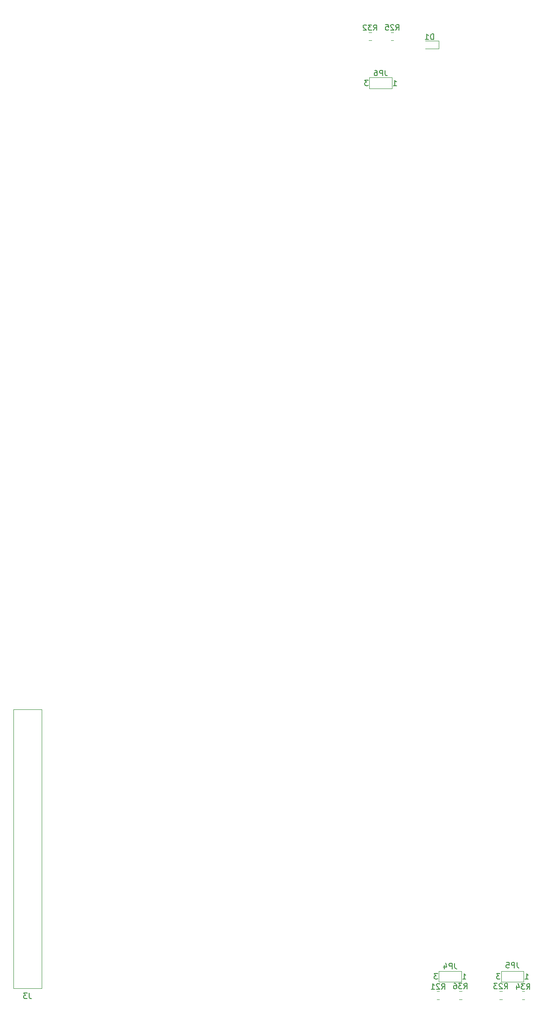
<source format=gbr>
%TF.GenerationSoftware,KiCad,Pcbnew,7.0.1*%
%TF.CreationDate,2023-12-13T20:39:25+01:00*%
%TF.ProjectId,big_pcb,6269675f-7063-4622-9e6b-696361645f70,rev?*%
%TF.SameCoordinates,Original*%
%TF.FileFunction,Legend,Bot*%
%TF.FilePolarity,Positive*%
%FSLAX46Y46*%
G04 Gerber Fmt 4.6, Leading zero omitted, Abs format (unit mm)*
G04 Created by KiCad (PCBNEW 7.0.1) date 2023-12-13 20:39:25*
%MOMM*%
%LPD*%
G01*
G04 APERTURE LIST*
%ADD10C,0.150000*%
%ADD11C,0.120000*%
G04 APERTURE END LIST*
D10*
%TO.C,R34*%
X243542857Y-227392619D02*
X243876190Y-226916428D01*
X244114285Y-227392619D02*
X244114285Y-226392619D01*
X244114285Y-226392619D02*
X243733333Y-226392619D01*
X243733333Y-226392619D02*
X243638095Y-226440238D01*
X243638095Y-226440238D02*
X243590476Y-226487857D01*
X243590476Y-226487857D02*
X243542857Y-226583095D01*
X243542857Y-226583095D02*
X243542857Y-226725952D01*
X243542857Y-226725952D02*
X243590476Y-226821190D01*
X243590476Y-226821190D02*
X243638095Y-226868809D01*
X243638095Y-226868809D02*
X243733333Y-226916428D01*
X243733333Y-226916428D02*
X244114285Y-226916428D01*
X243209523Y-226392619D02*
X242590476Y-226392619D01*
X242590476Y-226392619D02*
X242923809Y-226773571D01*
X242923809Y-226773571D02*
X242780952Y-226773571D01*
X242780952Y-226773571D02*
X242685714Y-226821190D01*
X242685714Y-226821190D02*
X242638095Y-226868809D01*
X242638095Y-226868809D02*
X242590476Y-226964047D01*
X242590476Y-226964047D02*
X242590476Y-227202142D01*
X242590476Y-227202142D02*
X242638095Y-227297380D01*
X242638095Y-227297380D02*
X242685714Y-227345000D01*
X242685714Y-227345000D02*
X242780952Y-227392619D01*
X242780952Y-227392619D02*
X243066666Y-227392619D01*
X243066666Y-227392619D02*
X243161904Y-227345000D01*
X243161904Y-227345000D02*
X243209523Y-227297380D01*
X241733333Y-226725952D02*
X241733333Y-227392619D01*
X241971428Y-226345000D02*
X242209523Y-227059285D01*
X242209523Y-227059285D02*
X241590476Y-227059285D01*
%TO.C,R21*%
X228022857Y-227372619D02*
X228356190Y-226896428D01*
X228594285Y-227372619D02*
X228594285Y-226372619D01*
X228594285Y-226372619D02*
X228213333Y-226372619D01*
X228213333Y-226372619D02*
X228118095Y-226420238D01*
X228118095Y-226420238D02*
X228070476Y-226467857D01*
X228070476Y-226467857D02*
X228022857Y-226563095D01*
X228022857Y-226563095D02*
X228022857Y-226705952D01*
X228022857Y-226705952D02*
X228070476Y-226801190D01*
X228070476Y-226801190D02*
X228118095Y-226848809D01*
X228118095Y-226848809D02*
X228213333Y-226896428D01*
X228213333Y-226896428D02*
X228594285Y-226896428D01*
X227641904Y-226467857D02*
X227594285Y-226420238D01*
X227594285Y-226420238D02*
X227499047Y-226372619D01*
X227499047Y-226372619D02*
X227260952Y-226372619D01*
X227260952Y-226372619D02*
X227165714Y-226420238D01*
X227165714Y-226420238D02*
X227118095Y-226467857D01*
X227118095Y-226467857D02*
X227070476Y-226563095D01*
X227070476Y-226563095D02*
X227070476Y-226658333D01*
X227070476Y-226658333D02*
X227118095Y-226801190D01*
X227118095Y-226801190D02*
X227689523Y-227372619D01*
X227689523Y-227372619D02*
X227070476Y-227372619D01*
X226118095Y-227372619D02*
X226689523Y-227372619D01*
X226403809Y-227372619D02*
X226403809Y-226372619D01*
X226403809Y-226372619D02*
X226499047Y-226515476D01*
X226499047Y-226515476D02*
X226594285Y-226610714D01*
X226594285Y-226610714D02*
X226689523Y-226658333D01*
%TO.C,J3*%
X152663333Y-228122619D02*
X152663333Y-228836904D01*
X152663333Y-228836904D02*
X152710952Y-228979761D01*
X152710952Y-228979761D02*
X152806190Y-229075000D01*
X152806190Y-229075000D02*
X152949047Y-229122619D01*
X152949047Y-229122619D02*
X153044285Y-229122619D01*
X152282380Y-228122619D02*
X151663333Y-228122619D01*
X151663333Y-228122619D02*
X151996666Y-228503571D01*
X151996666Y-228503571D02*
X151853809Y-228503571D01*
X151853809Y-228503571D02*
X151758571Y-228551190D01*
X151758571Y-228551190D02*
X151710952Y-228598809D01*
X151710952Y-228598809D02*
X151663333Y-228694047D01*
X151663333Y-228694047D02*
X151663333Y-228932142D01*
X151663333Y-228932142D02*
X151710952Y-229027380D01*
X151710952Y-229027380D02*
X151758571Y-229075000D01*
X151758571Y-229075000D02*
X151853809Y-229122619D01*
X151853809Y-229122619D02*
X152139523Y-229122619D01*
X152139523Y-229122619D02*
X152234761Y-229075000D01*
X152234761Y-229075000D02*
X152282380Y-229027380D01*
%TO.C,JP5*%
X241793333Y-222502619D02*
X241793333Y-223216904D01*
X241793333Y-223216904D02*
X241840952Y-223359761D01*
X241840952Y-223359761D02*
X241936190Y-223455000D01*
X241936190Y-223455000D02*
X242079047Y-223502619D01*
X242079047Y-223502619D02*
X242174285Y-223502619D01*
X241317142Y-223502619D02*
X241317142Y-222502619D01*
X241317142Y-222502619D02*
X240936190Y-222502619D01*
X240936190Y-222502619D02*
X240840952Y-222550238D01*
X240840952Y-222550238D02*
X240793333Y-222597857D01*
X240793333Y-222597857D02*
X240745714Y-222693095D01*
X240745714Y-222693095D02*
X240745714Y-222835952D01*
X240745714Y-222835952D02*
X240793333Y-222931190D01*
X240793333Y-222931190D02*
X240840952Y-222978809D01*
X240840952Y-222978809D02*
X240936190Y-223026428D01*
X240936190Y-223026428D02*
X241317142Y-223026428D01*
X239840952Y-222502619D02*
X240317142Y-222502619D01*
X240317142Y-222502619D02*
X240364761Y-222978809D01*
X240364761Y-222978809D02*
X240317142Y-222931190D01*
X240317142Y-222931190D02*
X240221904Y-222883571D01*
X240221904Y-222883571D02*
X239983809Y-222883571D01*
X239983809Y-222883571D02*
X239888571Y-222931190D01*
X239888571Y-222931190D02*
X239840952Y-222978809D01*
X239840952Y-222978809D02*
X239793333Y-223074047D01*
X239793333Y-223074047D02*
X239793333Y-223312142D01*
X239793333Y-223312142D02*
X239840952Y-223407380D01*
X239840952Y-223407380D02*
X239888571Y-223455000D01*
X239888571Y-223455000D02*
X239983809Y-223502619D01*
X239983809Y-223502619D02*
X240221904Y-223502619D01*
X240221904Y-223502619D02*
X240317142Y-223455000D01*
X240317142Y-223455000D02*
X240364761Y-223407380D01*
X243264285Y-225552619D02*
X243835713Y-225552619D01*
X243549999Y-225552619D02*
X243549999Y-224552619D01*
X243549999Y-224552619D02*
X243645237Y-224695476D01*
X243645237Y-224695476D02*
X243740475Y-224790714D01*
X243740475Y-224790714D02*
X243835713Y-224838333D01*
X238683332Y-224552619D02*
X238064285Y-224552619D01*
X238064285Y-224552619D02*
X238397618Y-224933571D01*
X238397618Y-224933571D02*
X238254761Y-224933571D01*
X238254761Y-224933571D02*
X238159523Y-224981190D01*
X238159523Y-224981190D02*
X238111904Y-225028809D01*
X238111904Y-225028809D02*
X238064285Y-225124047D01*
X238064285Y-225124047D02*
X238064285Y-225362142D01*
X238064285Y-225362142D02*
X238111904Y-225457380D01*
X238111904Y-225457380D02*
X238159523Y-225505000D01*
X238159523Y-225505000D02*
X238254761Y-225552619D01*
X238254761Y-225552619D02*
X238540475Y-225552619D01*
X238540475Y-225552619D02*
X238635713Y-225505000D01*
X238635713Y-225505000D02*
X238683332Y-225457380D01*
%TO.C,JP6*%
X217693333Y-59482619D02*
X217693333Y-60196904D01*
X217693333Y-60196904D02*
X217740952Y-60339761D01*
X217740952Y-60339761D02*
X217836190Y-60435000D01*
X217836190Y-60435000D02*
X217979047Y-60482619D01*
X217979047Y-60482619D02*
X218074285Y-60482619D01*
X217217142Y-60482619D02*
X217217142Y-59482619D01*
X217217142Y-59482619D02*
X216836190Y-59482619D01*
X216836190Y-59482619D02*
X216740952Y-59530238D01*
X216740952Y-59530238D02*
X216693333Y-59577857D01*
X216693333Y-59577857D02*
X216645714Y-59673095D01*
X216645714Y-59673095D02*
X216645714Y-59815952D01*
X216645714Y-59815952D02*
X216693333Y-59911190D01*
X216693333Y-59911190D02*
X216740952Y-59958809D01*
X216740952Y-59958809D02*
X216836190Y-60006428D01*
X216836190Y-60006428D02*
X217217142Y-60006428D01*
X215788571Y-59482619D02*
X215979047Y-59482619D01*
X215979047Y-59482619D02*
X216074285Y-59530238D01*
X216074285Y-59530238D02*
X216121904Y-59577857D01*
X216121904Y-59577857D02*
X216217142Y-59720714D01*
X216217142Y-59720714D02*
X216264761Y-59911190D01*
X216264761Y-59911190D02*
X216264761Y-60292142D01*
X216264761Y-60292142D02*
X216217142Y-60387380D01*
X216217142Y-60387380D02*
X216169523Y-60435000D01*
X216169523Y-60435000D02*
X216074285Y-60482619D01*
X216074285Y-60482619D02*
X215883809Y-60482619D01*
X215883809Y-60482619D02*
X215788571Y-60435000D01*
X215788571Y-60435000D02*
X215740952Y-60387380D01*
X215740952Y-60387380D02*
X215693333Y-60292142D01*
X215693333Y-60292142D02*
X215693333Y-60054047D01*
X215693333Y-60054047D02*
X215740952Y-59958809D01*
X215740952Y-59958809D02*
X215788571Y-59911190D01*
X215788571Y-59911190D02*
X215883809Y-59863571D01*
X215883809Y-59863571D02*
X216074285Y-59863571D01*
X216074285Y-59863571D02*
X216169523Y-59911190D01*
X216169523Y-59911190D02*
X216217142Y-59958809D01*
X216217142Y-59958809D02*
X216264761Y-60054047D01*
X214593332Y-61282619D02*
X213974285Y-61282619D01*
X213974285Y-61282619D02*
X214307618Y-61663571D01*
X214307618Y-61663571D02*
X214164761Y-61663571D01*
X214164761Y-61663571D02*
X214069523Y-61711190D01*
X214069523Y-61711190D02*
X214021904Y-61758809D01*
X214021904Y-61758809D02*
X213974285Y-61854047D01*
X213974285Y-61854047D02*
X213974285Y-62092142D01*
X213974285Y-62092142D02*
X214021904Y-62187380D01*
X214021904Y-62187380D02*
X214069523Y-62235000D01*
X214069523Y-62235000D02*
X214164761Y-62282619D01*
X214164761Y-62282619D02*
X214450475Y-62282619D01*
X214450475Y-62282619D02*
X214545713Y-62235000D01*
X214545713Y-62235000D02*
X214593332Y-62187380D01*
X219174285Y-62282619D02*
X219745713Y-62282619D01*
X219459999Y-62282619D02*
X219459999Y-61282619D01*
X219459999Y-61282619D02*
X219555237Y-61425476D01*
X219555237Y-61425476D02*
X219650475Y-61520714D01*
X219650475Y-61520714D02*
X219745713Y-61568333D01*
%TO.C,R25*%
X219642857Y-52132619D02*
X219976190Y-51656428D01*
X220214285Y-52132619D02*
X220214285Y-51132619D01*
X220214285Y-51132619D02*
X219833333Y-51132619D01*
X219833333Y-51132619D02*
X219738095Y-51180238D01*
X219738095Y-51180238D02*
X219690476Y-51227857D01*
X219690476Y-51227857D02*
X219642857Y-51323095D01*
X219642857Y-51323095D02*
X219642857Y-51465952D01*
X219642857Y-51465952D02*
X219690476Y-51561190D01*
X219690476Y-51561190D02*
X219738095Y-51608809D01*
X219738095Y-51608809D02*
X219833333Y-51656428D01*
X219833333Y-51656428D02*
X220214285Y-51656428D01*
X219261904Y-51227857D02*
X219214285Y-51180238D01*
X219214285Y-51180238D02*
X219119047Y-51132619D01*
X219119047Y-51132619D02*
X218880952Y-51132619D01*
X218880952Y-51132619D02*
X218785714Y-51180238D01*
X218785714Y-51180238D02*
X218738095Y-51227857D01*
X218738095Y-51227857D02*
X218690476Y-51323095D01*
X218690476Y-51323095D02*
X218690476Y-51418333D01*
X218690476Y-51418333D02*
X218738095Y-51561190D01*
X218738095Y-51561190D02*
X219309523Y-52132619D01*
X219309523Y-52132619D02*
X218690476Y-52132619D01*
X217785714Y-51132619D02*
X218261904Y-51132619D01*
X218261904Y-51132619D02*
X218309523Y-51608809D01*
X218309523Y-51608809D02*
X218261904Y-51561190D01*
X218261904Y-51561190D02*
X218166666Y-51513571D01*
X218166666Y-51513571D02*
X217928571Y-51513571D01*
X217928571Y-51513571D02*
X217833333Y-51561190D01*
X217833333Y-51561190D02*
X217785714Y-51608809D01*
X217785714Y-51608809D02*
X217738095Y-51704047D01*
X217738095Y-51704047D02*
X217738095Y-51942142D01*
X217738095Y-51942142D02*
X217785714Y-52037380D01*
X217785714Y-52037380D02*
X217833333Y-52085000D01*
X217833333Y-52085000D02*
X217928571Y-52132619D01*
X217928571Y-52132619D02*
X218166666Y-52132619D01*
X218166666Y-52132619D02*
X218261904Y-52085000D01*
X218261904Y-52085000D02*
X218309523Y-52037380D01*
%TO.C,JP4*%
X230393333Y-222662619D02*
X230393333Y-223376904D01*
X230393333Y-223376904D02*
X230440952Y-223519761D01*
X230440952Y-223519761D02*
X230536190Y-223615000D01*
X230536190Y-223615000D02*
X230679047Y-223662619D01*
X230679047Y-223662619D02*
X230774285Y-223662619D01*
X229917142Y-223662619D02*
X229917142Y-222662619D01*
X229917142Y-222662619D02*
X229536190Y-222662619D01*
X229536190Y-222662619D02*
X229440952Y-222710238D01*
X229440952Y-222710238D02*
X229393333Y-222757857D01*
X229393333Y-222757857D02*
X229345714Y-222853095D01*
X229345714Y-222853095D02*
X229345714Y-222995952D01*
X229345714Y-222995952D02*
X229393333Y-223091190D01*
X229393333Y-223091190D02*
X229440952Y-223138809D01*
X229440952Y-223138809D02*
X229536190Y-223186428D01*
X229536190Y-223186428D02*
X229917142Y-223186428D01*
X228488571Y-222995952D02*
X228488571Y-223662619D01*
X228726666Y-222615000D02*
X228964761Y-223329285D01*
X228964761Y-223329285D02*
X228345714Y-223329285D01*
X231864285Y-225552619D02*
X232435713Y-225552619D01*
X232149999Y-225552619D02*
X232149999Y-224552619D01*
X232149999Y-224552619D02*
X232245237Y-224695476D01*
X232245237Y-224695476D02*
X232340475Y-224790714D01*
X232340475Y-224790714D02*
X232435713Y-224838333D01*
X227283332Y-224552619D02*
X226664285Y-224552619D01*
X226664285Y-224552619D02*
X226997618Y-224933571D01*
X226997618Y-224933571D02*
X226854761Y-224933571D01*
X226854761Y-224933571D02*
X226759523Y-224981190D01*
X226759523Y-224981190D02*
X226711904Y-225028809D01*
X226711904Y-225028809D02*
X226664285Y-225124047D01*
X226664285Y-225124047D02*
X226664285Y-225362142D01*
X226664285Y-225362142D02*
X226711904Y-225457380D01*
X226711904Y-225457380D02*
X226759523Y-225505000D01*
X226759523Y-225505000D02*
X226854761Y-225552619D01*
X226854761Y-225552619D02*
X227140475Y-225552619D01*
X227140475Y-225552619D02*
X227235713Y-225505000D01*
X227235713Y-225505000D02*
X227283332Y-225457380D01*
%TO.C,D1*%
X226550594Y-53862619D02*
X226550594Y-52862619D01*
X226550594Y-52862619D02*
X226312499Y-52862619D01*
X226312499Y-52862619D02*
X226169642Y-52910238D01*
X226169642Y-52910238D02*
X226074404Y-53005476D01*
X226074404Y-53005476D02*
X226026785Y-53100714D01*
X226026785Y-53100714D02*
X225979166Y-53291190D01*
X225979166Y-53291190D02*
X225979166Y-53434047D01*
X225979166Y-53434047D02*
X226026785Y-53624523D01*
X226026785Y-53624523D02*
X226074404Y-53719761D01*
X226074404Y-53719761D02*
X226169642Y-53815000D01*
X226169642Y-53815000D02*
X226312499Y-53862619D01*
X226312499Y-53862619D02*
X226550594Y-53862619D01*
X225026785Y-53862619D02*
X225598213Y-53862619D01*
X225312499Y-53862619D02*
X225312499Y-52862619D01*
X225312499Y-52862619D02*
X225407737Y-53005476D01*
X225407737Y-53005476D02*
X225502975Y-53100714D01*
X225502975Y-53100714D02*
X225598213Y-53148333D01*
%TO.C,R36*%
X232092857Y-227322619D02*
X232426190Y-226846428D01*
X232664285Y-227322619D02*
X232664285Y-226322619D01*
X232664285Y-226322619D02*
X232283333Y-226322619D01*
X232283333Y-226322619D02*
X232188095Y-226370238D01*
X232188095Y-226370238D02*
X232140476Y-226417857D01*
X232140476Y-226417857D02*
X232092857Y-226513095D01*
X232092857Y-226513095D02*
X232092857Y-226655952D01*
X232092857Y-226655952D02*
X232140476Y-226751190D01*
X232140476Y-226751190D02*
X232188095Y-226798809D01*
X232188095Y-226798809D02*
X232283333Y-226846428D01*
X232283333Y-226846428D02*
X232664285Y-226846428D01*
X231759523Y-226322619D02*
X231140476Y-226322619D01*
X231140476Y-226322619D02*
X231473809Y-226703571D01*
X231473809Y-226703571D02*
X231330952Y-226703571D01*
X231330952Y-226703571D02*
X231235714Y-226751190D01*
X231235714Y-226751190D02*
X231188095Y-226798809D01*
X231188095Y-226798809D02*
X231140476Y-226894047D01*
X231140476Y-226894047D02*
X231140476Y-227132142D01*
X231140476Y-227132142D02*
X231188095Y-227227380D01*
X231188095Y-227227380D02*
X231235714Y-227275000D01*
X231235714Y-227275000D02*
X231330952Y-227322619D01*
X231330952Y-227322619D02*
X231616666Y-227322619D01*
X231616666Y-227322619D02*
X231711904Y-227275000D01*
X231711904Y-227275000D02*
X231759523Y-227227380D01*
X230283333Y-226322619D02*
X230473809Y-226322619D01*
X230473809Y-226322619D02*
X230569047Y-226370238D01*
X230569047Y-226370238D02*
X230616666Y-226417857D01*
X230616666Y-226417857D02*
X230711904Y-226560714D01*
X230711904Y-226560714D02*
X230759523Y-226751190D01*
X230759523Y-226751190D02*
X230759523Y-227132142D01*
X230759523Y-227132142D02*
X230711904Y-227227380D01*
X230711904Y-227227380D02*
X230664285Y-227275000D01*
X230664285Y-227275000D02*
X230569047Y-227322619D01*
X230569047Y-227322619D02*
X230378571Y-227322619D01*
X230378571Y-227322619D02*
X230283333Y-227275000D01*
X230283333Y-227275000D02*
X230235714Y-227227380D01*
X230235714Y-227227380D02*
X230188095Y-227132142D01*
X230188095Y-227132142D02*
X230188095Y-226894047D01*
X230188095Y-226894047D02*
X230235714Y-226798809D01*
X230235714Y-226798809D02*
X230283333Y-226751190D01*
X230283333Y-226751190D02*
X230378571Y-226703571D01*
X230378571Y-226703571D02*
X230569047Y-226703571D01*
X230569047Y-226703571D02*
X230664285Y-226751190D01*
X230664285Y-226751190D02*
X230711904Y-226798809D01*
X230711904Y-226798809D02*
X230759523Y-226894047D01*
%TO.C,R23*%
X239472857Y-227352619D02*
X239806190Y-226876428D01*
X240044285Y-227352619D02*
X240044285Y-226352619D01*
X240044285Y-226352619D02*
X239663333Y-226352619D01*
X239663333Y-226352619D02*
X239568095Y-226400238D01*
X239568095Y-226400238D02*
X239520476Y-226447857D01*
X239520476Y-226447857D02*
X239472857Y-226543095D01*
X239472857Y-226543095D02*
X239472857Y-226685952D01*
X239472857Y-226685952D02*
X239520476Y-226781190D01*
X239520476Y-226781190D02*
X239568095Y-226828809D01*
X239568095Y-226828809D02*
X239663333Y-226876428D01*
X239663333Y-226876428D02*
X240044285Y-226876428D01*
X239091904Y-226447857D02*
X239044285Y-226400238D01*
X239044285Y-226400238D02*
X238949047Y-226352619D01*
X238949047Y-226352619D02*
X238710952Y-226352619D01*
X238710952Y-226352619D02*
X238615714Y-226400238D01*
X238615714Y-226400238D02*
X238568095Y-226447857D01*
X238568095Y-226447857D02*
X238520476Y-226543095D01*
X238520476Y-226543095D02*
X238520476Y-226638333D01*
X238520476Y-226638333D02*
X238568095Y-226781190D01*
X238568095Y-226781190D02*
X239139523Y-227352619D01*
X239139523Y-227352619D02*
X238520476Y-227352619D01*
X238187142Y-226352619D02*
X237568095Y-226352619D01*
X237568095Y-226352619D02*
X237901428Y-226733571D01*
X237901428Y-226733571D02*
X237758571Y-226733571D01*
X237758571Y-226733571D02*
X237663333Y-226781190D01*
X237663333Y-226781190D02*
X237615714Y-226828809D01*
X237615714Y-226828809D02*
X237568095Y-226924047D01*
X237568095Y-226924047D02*
X237568095Y-227162142D01*
X237568095Y-227162142D02*
X237615714Y-227257380D01*
X237615714Y-227257380D02*
X237663333Y-227305000D01*
X237663333Y-227305000D02*
X237758571Y-227352619D01*
X237758571Y-227352619D02*
X238044285Y-227352619D01*
X238044285Y-227352619D02*
X238139523Y-227305000D01*
X238139523Y-227305000D02*
X238187142Y-227257380D01*
%TO.C,R32*%
X215572857Y-52182619D02*
X215906190Y-51706428D01*
X216144285Y-52182619D02*
X216144285Y-51182619D01*
X216144285Y-51182619D02*
X215763333Y-51182619D01*
X215763333Y-51182619D02*
X215668095Y-51230238D01*
X215668095Y-51230238D02*
X215620476Y-51277857D01*
X215620476Y-51277857D02*
X215572857Y-51373095D01*
X215572857Y-51373095D02*
X215572857Y-51515952D01*
X215572857Y-51515952D02*
X215620476Y-51611190D01*
X215620476Y-51611190D02*
X215668095Y-51658809D01*
X215668095Y-51658809D02*
X215763333Y-51706428D01*
X215763333Y-51706428D02*
X216144285Y-51706428D01*
X215239523Y-51182619D02*
X214620476Y-51182619D01*
X214620476Y-51182619D02*
X214953809Y-51563571D01*
X214953809Y-51563571D02*
X214810952Y-51563571D01*
X214810952Y-51563571D02*
X214715714Y-51611190D01*
X214715714Y-51611190D02*
X214668095Y-51658809D01*
X214668095Y-51658809D02*
X214620476Y-51754047D01*
X214620476Y-51754047D02*
X214620476Y-51992142D01*
X214620476Y-51992142D02*
X214668095Y-52087380D01*
X214668095Y-52087380D02*
X214715714Y-52135000D01*
X214715714Y-52135000D02*
X214810952Y-52182619D01*
X214810952Y-52182619D02*
X215096666Y-52182619D01*
X215096666Y-52182619D02*
X215191904Y-52135000D01*
X215191904Y-52135000D02*
X215239523Y-52087380D01*
X214239523Y-51277857D02*
X214191904Y-51230238D01*
X214191904Y-51230238D02*
X214096666Y-51182619D01*
X214096666Y-51182619D02*
X213858571Y-51182619D01*
X213858571Y-51182619D02*
X213763333Y-51230238D01*
X213763333Y-51230238D02*
X213715714Y-51277857D01*
X213715714Y-51277857D02*
X213668095Y-51373095D01*
X213668095Y-51373095D02*
X213668095Y-51468333D01*
X213668095Y-51468333D02*
X213715714Y-51611190D01*
X213715714Y-51611190D02*
X214287142Y-52182619D01*
X214287142Y-52182619D02*
X213668095Y-52182619D01*
D11*
%TO.C,R34*%
X243147064Y-229245000D02*
X242692936Y-229245000D01*
X243147064Y-227775000D02*
X242692936Y-227775000D01*
%TO.C,R21*%
X227152936Y-227775000D02*
X227607064Y-227775000D01*
X227152936Y-229245000D02*
X227607064Y-229245000D01*
%TO.C,J3*%
X149730000Y-176300000D02*
X154930000Y-176300000D01*
X149730000Y-227220000D02*
X149730000Y-176300000D01*
X149730000Y-227220000D02*
X154930000Y-227220000D01*
X154930000Y-227220000D02*
X154930000Y-176300000D01*
%TO.C,JP5*%
X243000000Y-226090000D02*
X243000000Y-224090000D01*
X243000000Y-224090000D02*
X238900000Y-224090000D01*
X238900000Y-226090000D02*
X243000000Y-226090000D01*
X238900000Y-224090000D02*
X238900000Y-226090000D01*
%TO.C,JP6*%
X218910000Y-62820000D02*
X218910000Y-60820000D01*
X218910000Y-60820000D02*
X214810000Y-60820000D01*
X214810000Y-62820000D02*
X218910000Y-62820000D01*
X214810000Y-60820000D02*
X214810000Y-62820000D01*
%TO.C,R25*%
X219227064Y-54055000D02*
X218772936Y-54055000D01*
X219227064Y-52585000D02*
X218772936Y-52585000D01*
%TO.C,JP4*%
X231600000Y-226090000D02*
X231600000Y-224090000D01*
X231600000Y-224090000D02*
X227500000Y-224090000D01*
X227500000Y-226090000D02*
X231600000Y-226090000D01*
X227500000Y-224090000D02*
X227500000Y-226090000D01*
%TO.C,D1*%
X227472500Y-55565000D02*
X225012500Y-55565000D01*
X227472500Y-54095000D02*
X227472500Y-55565000D01*
X225012500Y-54095000D02*
X227472500Y-54095000D01*
%TO.C,R36*%
X231677064Y-229245000D02*
X231222936Y-229245000D01*
X231677064Y-227775000D02*
X231222936Y-227775000D01*
%TO.C,R23*%
X238612936Y-227775000D02*
X239067064Y-227775000D01*
X238612936Y-229245000D02*
X239067064Y-229245000D01*
%TO.C,R32*%
X214732936Y-52585000D02*
X215187064Y-52585000D01*
X214732936Y-54055000D02*
X215187064Y-54055000D01*
%TD*%
M02*

</source>
